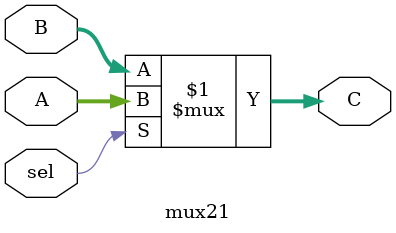
<source format=v>
module mux21(C, sel, A, B);
	parameter N = 32;
	input sel;
	input [N-1:0] A, B;
	output wire[N-1:0] C;
	assign C = sel ? A : B;
endmodule

</source>
